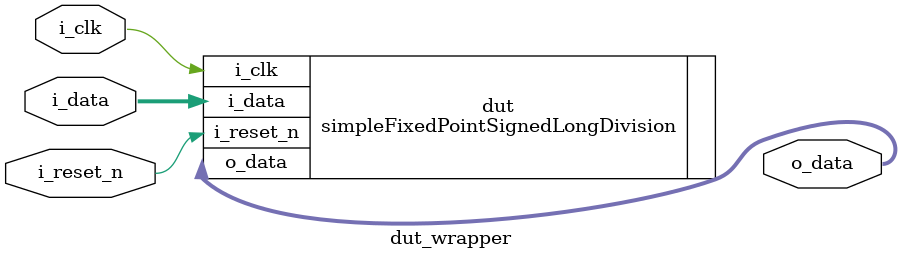
<source format=sv>
`timescale 1ps/1ps

module dut_wrapper(
    input wire i_clk,
    input wire i_reset_n,
    input wire [7:0] i_data,
    output wire [7:0] o_data
);

simpleFixedPointSignedLongDivision dut (
    .i_clk(i_clk),
    .i_reset_n(i_reset_n),
    .i_data(i_data),
    .o_data(o_data)
);

endmodule
</source>
